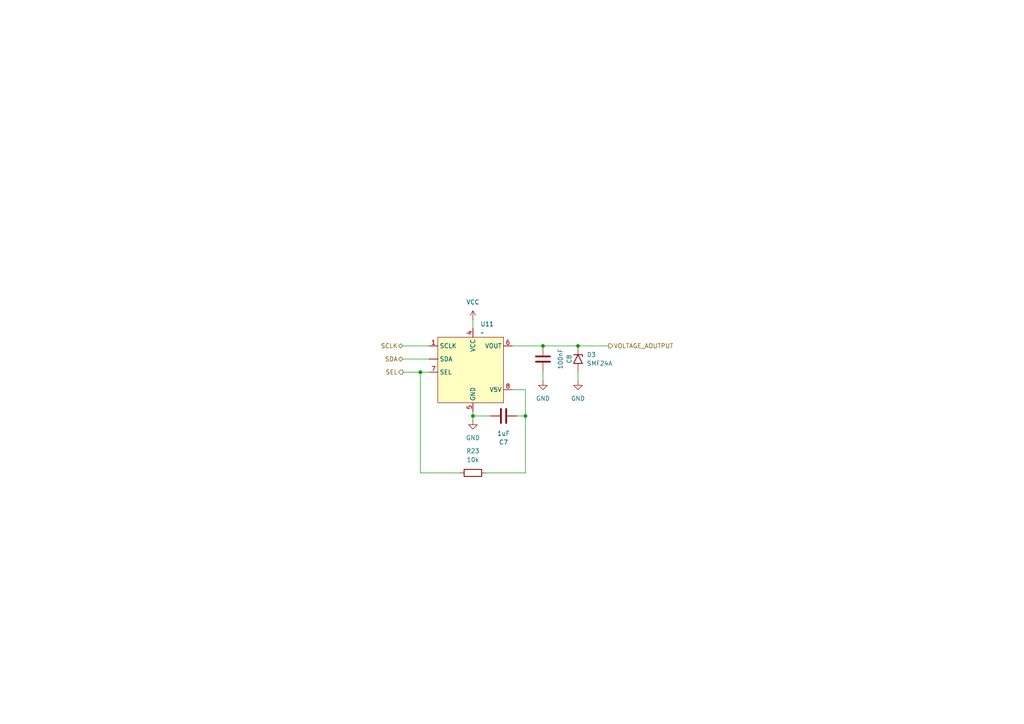
<source format=kicad_sch>
(kicad_sch
	(version 20250114)
	(generator "eeschema")
	(generator_version "9.0")
	(uuid "0bcaadb4-7b99-45cf-8ba8-705eb27bff83")
	(paper "A4")
	(lib_symbols
		(symbol "Device:C"
			(pin_numbers
				(hide yes)
			)
			(pin_names
				(offset 0.254)
			)
			(exclude_from_sim no)
			(in_bom yes)
			(on_board yes)
			(property "Reference" "C"
				(at 0.635 2.54 0)
				(effects
					(font
						(size 1.27 1.27)
					)
					(justify left)
				)
			)
			(property "Value" "C"
				(at 0.635 -2.54 0)
				(effects
					(font
						(size 1.27 1.27)
					)
					(justify left)
				)
			)
			(property "Footprint" ""
				(at 0.9652 -3.81 0)
				(effects
					(font
						(size 1.27 1.27)
					)
					(hide yes)
				)
			)
			(property "Datasheet" "~"
				(at 0 0 0)
				(effects
					(font
						(size 1.27 1.27)
					)
					(hide yes)
				)
			)
			(property "Description" "Unpolarized capacitor"
				(at 0 0 0)
				(effects
					(font
						(size 1.27 1.27)
					)
					(hide yes)
				)
			)
			(property "ki_keywords" "cap capacitor"
				(at 0 0 0)
				(effects
					(font
						(size 1.27 1.27)
					)
					(hide yes)
				)
			)
			(property "ki_fp_filters" "C_*"
				(at 0 0 0)
				(effects
					(font
						(size 1.27 1.27)
					)
					(hide yes)
				)
			)
			(symbol "C_0_1"
				(polyline
					(pts
						(xy -2.032 0.762) (xy 2.032 0.762)
					)
					(stroke
						(width 0.508)
						(type default)
					)
					(fill
						(type none)
					)
				)
				(polyline
					(pts
						(xy -2.032 -0.762) (xy 2.032 -0.762)
					)
					(stroke
						(width 0.508)
						(type default)
					)
					(fill
						(type none)
					)
				)
			)
			(symbol "C_1_1"
				(pin passive line
					(at 0 3.81 270)
					(length 2.794)
					(name "~"
						(effects
							(font
								(size 1.27 1.27)
							)
						)
					)
					(number "1"
						(effects
							(font
								(size 1.27 1.27)
							)
						)
					)
				)
				(pin passive line
					(at 0 -3.81 90)
					(length 2.794)
					(name "~"
						(effects
							(font
								(size 1.27 1.27)
							)
						)
					)
					(number "2"
						(effects
							(font
								(size 1.27 1.27)
							)
						)
					)
				)
			)
			(embedded_fonts no)
		)
		(symbol "Device:R"
			(pin_numbers
				(hide yes)
			)
			(pin_names
				(offset 0)
			)
			(exclude_from_sim no)
			(in_bom yes)
			(on_board yes)
			(property "Reference" "R"
				(at 2.032 0 90)
				(effects
					(font
						(size 1.27 1.27)
					)
				)
			)
			(property "Value" "R"
				(at 0 0 90)
				(effects
					(font
						(size 1.27 1.27)
					)
				)
			)
			(property "Footprint" ""
				(at -1.778 0 90)
				(effects
					(font
						(size 1.27 1.27)
					)
					(hide yes)
				)
			)
			(property "Datasheet" "~"
				(at 0 0 0)
				(effects
					(font
						(size 1.27 1.27)
					)
					(hide yes)
				)
			)
			(property "Description" "Resistor"
				(at 0 0 0)
				(effects
					(font
						(size 1.27 1.27)
					)
					(hide yes)
				)
			)
			(property "ki_keywords" "R res resistor"
				(at 0 0 0)
				(effects
					(font
						(size 1.27 1.27)
					)
					(hide yes)
				)
			)
			(property "ki_fp_filters" "R_*"
				(at 0 0 0)
				(effects
					(font
						(size 1.27 1.27)
					)
					(hide yes)
				)
			)
			(symbol "R_0_1"
				(rectangle
					(start -1.016 -2.54)
					(end 1.016 2.54)
					(stroke
						(width 0.254)
						(type default)
					)
					(fill
						(type none)
					)
				)
			)
			(symbol "R_1_1"
				(pin passive line
					(at 0 3.81 270)
					(length 1.27)
					(name "~"
						(effects
							(font
								(size 1.27 1.27)
							)
						)
					)
					(number "1"
						(effects
							(font
								(size 1.27 1.27)
							)
						)
					)
				)
				(pin passive line
					(at 0 -3.81 90)
					(length 1.27)
					(name "~"
						(effects
							(font
								(size 1.27 1.27)
							)
						)
					)
					(number "2"
						(effects
							(font
								(size 1.27 1.27)
							)
						)
					)
				)
			)
			(embedded_fonts no)
		)
		(symbol "Diode:SMF24A"
			(pin_numbers
				(hide yes)
			)
			(pin_names
				(offset 1.016)
				(hide yes)
			)
			(exclude_from_sim no)
			(in_bom yes)
			(on_board yes)
			(property "Reference" "D"
				(at 0 2.54 0)
				(effects
					(font
						(size 1.27 1.27)
					)
				)
			)
			(property "Value" "SMF24A"
				(at 0 -2.54 0)
				(effects
					(font
						(size 1.27 1.27)
					)
				)
			)
			(property "Footprint" "Diode_SMD:D_SMF"
				(at 0 -5.08 0)
				(effects
					(font
						(size 1.27 1.27)
					)
					(hide yes)
				)
			)
			(property "Datasheet" "https://www.vishay.com/doc?85881"
				(at -1.27 0 0)
				(effects
					(font
						(size 1.27 1.27)
					)
					(hide yes)
				)
			)
			(property "Description" "200W unidirectional Transil Transient Voltage Suppressor, 24Vrwm, SMF"
				(at 0 0 0)
				(effects
					(font
						(size 1.27 1.27)
					)
					(hide yes)
				)
			)
			(property "ki_keywords" "diode TVS voltage suppressor"
				(at 0 0 0)
				(effects
					(font
						(size 1.27 1.27)
					)
					(hide yes)
				)
			)
			(property "ki_fp_filters" "D*SMF*"
				(at 0 0 0)
				(effects
					(font
						(size 1.27 1.27)
					)
					(hide yes)
				)
			)
			(symbol "SMF24A_0_1"
				(polyline
					(pts
						(xy -0.762 1.27) (xy -1.27 1.27) (xy -1.27 -1.27)
					)
					(stroke
						(width 0.254)
						(type default)
					)
					(fill
						(type none)
					)
				)
				(polyline
					(pts
						(xy 1.27 1.27) (xy 1.27 -1.27) (xy -1.27 0) (xy 1.27 1.27)
					)
					(stroke
						(width 0.254)
						(type default)
					)
					(fill
						(type none)
					)
				)
			)
			(symbol "SMF24A_1_1"
				(pin passive line
					(at -3.81 0 0)
					(length 2.54)
					(name "A1"
						(effects
							(font
								(size 1.27 1.27)
							)
						)
					)
					(number "1"
						(effects
							(font
								(size 1.27 1.27)
							)
						)
					)
				)
				(pin passive line
					(at 3.81 0 180)
					(length 2.54)
					(name "A2"
						(effects
							(font
								(size 1.27 1.27)
							)
						)
					)
					(number "2"
						(effects
							(font
								(size 1.27 1.27)
							)
						)
					)
				)
			)
			(embedded_fonts no)
		)
		(symbol "Riqi_Parts:GP8201S"
			(exclude_from_sim no)
			(in_bom yes)
			(on_board yes)
			(property "Reference" "U"
				(at 0 0 0)
				(effects
					(font
						(size 1.27 1.27)
					)
				)
			)
			(property "Value" ""
				(at 0 0 0)
				(effects
					(font
						(size 1.27 1.27)
					)
				)
			)
			(property "Footprint" "Riqi_Parts:eSOP-8"
				(at 0 0 0)
				(effects
					(font
						(size 1.27 1.27)
					)
					(hide yes)
				)
			)
			(property "Datasheet" "https://lcsc.com/datasheet/lcsc_datasheet_2410121507_Guestgood-GP8201S-TC50-EW_C5240058.pdf"
				(at 0 0 0)
				(effects
					(font
						(size 1.27 1.27)
					)
					(hide yes)
				)
			)
			(property "Description" ""
				(at 0 0 0)
				(effects
					(font
						(size 1.27 1.27)
					)
					(hide yes)
				)
			)
			(symbol "GP8201S_1_1"
				(rectangle
					(start -3.81 -1.27)
					(end 15.24 -20.32)
					(stroke
						(width 0)
						(type solid)
					)
					(fill
						(type background)
					)
				)
				(pin passive line
					(at -6.35 -3.81 0)
					(length 2.54)
					(name "SCLK"
						(effects
							(font
								(size 1.27 1.27)
							)
						)
					)
					(number "1"
						(effects
							(font
								(size 1.27 1.27)
							)
						)
					)
				)
				(pin passive line
					(at -6.35 -7.62 0)
					(length 2.54)
					(name "SDA"
						(effects
							(font
								(size 1.27 1.27)
							)
						)
					)
					(number ""
						(effects
							(font
								(size 1.27 1.27)
							)
						)
					)
				)
				(pin passive line
					(at -6.35 -11.43 0)
					(length 2.54)
					(name "SEL"
						(effects
							(font
								(size 1.27 1.27)
							)
						)
					)
					(number "7"
						(effects
							(font
								(size 1.27 1.27)
							)
						)
					)
				)
				(pin passive line
					(at 6.35 1.27 270)
					(length 2.54)
					(name "VCC"
						(effects
							(font
								(size 1.27 1.27)
							)
						)
					)
					(number "4"
						(effects
							(font
								(size 1.27 1.27)
							)
						)
					)
				)
				(pin passive line
					(at 6.35 -22.86 90)
					(length 2.54)
					(name "GND"
						(effects
							(font
								(size 1.27 1.27)
							)
						)
					)
					(number "5"
						(effects
							(font
								(size 1.27 1.27)
							)
						)
					)
				)
				(pin passive line
					(at 17.78 -3.81 180)
					(length 2.54)
					(name "VOUT"
						(effects
							(font
								(size 1.27 1.27)
							)
						)
					)
					(number "6"
						(effects
							(font
								(size 1.27 1.27)
							)
						)
					)
				)
				(pin passive line
					(at 17.78 -16.51 180)
					(length 2.54)
					(name "V5V"
						(effects
							(font
								(size 1.27 1.27)
							)
						)
					)
					(number "8"
						(effects
							(font
								(size 1.27 1.27)
							)
						)
					)
				)
			)
			(embedded_fonts no)
		)
		(symbol "power:GND"
			(power)
			(pin_numbers
				(hide yes)
			)
			(pin_names
				(offset 0)
				(hide yes)
			)
			(exclude_from_sim no)
			(in_bom yes)
			(on_board yes)
			(property "Reference" "#PWR"
				(at 0 -6.35 0)
				(effects
					(font
						(size 1.27 1.27)
					)
					(hide yes)
				)
			)
			(property "Value" "GND"
				(at 0 -3.81 0)
				(effects
					(font
						(size 1.27 1.27)
					)
				)
			)
			(property "Footprint" ""
				(at 0 0 0)
				(effects
					(font
						(size 1.27 1.27)
					)
					(hide yes)
				)
			)
			(property "Datasheet" ""
				(at 0 0 0)
				(effects
					(font
						(size 1.27 1.27)
					)
					(hide yes)
				)
			)
			(property "Description" "Power symbol creates a global label with name \"GND\" , ground"
				(at 0 0 0)
				(effects
					(font
						(size 1.27 1.27)
					)
					(hide yes)
				)
			)
			(property "ki_keywords" "global power"
				(at 0 0 0)
				(effects
					(font
						(size 1.27 1.27)
					)
					(hide yes)
				)
			)
			(symbol "GND_0_1"
				(polyline
					(pts
						(xy 0 0) (xy 0 -1.27) (xy 1.27 -1.27) (xy 0 -2.54) (xy -1.27 -1.27) (xy 0 -1.27)
					)
					(stroke
						(width 0)
						(type default)
					)
					(fill
						(type none)
					)
				)
			)
			(symbol "GND_1_1"
				(pin power_in line
					(at 0 0 270)
					(length 0)
					(name "~"
						(effects
							(font
								(size 1.27 1.27)
							)
						)
					)
					(number "1"
						(effects
							(font
								(size 1.27 1.27)
							)
						)
					)
				)
			)
			(embedded_fonts no)
		)
		(symbol "power:VCC"
			(power)
			(pin_numbers
				(hide yes)
			)
			(pin_names
				(offset 0)
				(hide yes)
			)
			(exclude_from_sim no)
			(in_bom yes)
			(on_board yes)
			(property "Reference" "#PWR"
				(at 0 -3.81 0)
				(effects
					(font
						(size 1.27 1.27)
					)
					(hide yes)
				)
			)
			(property "Value" "VCC"
				(at 0 3.556 0)
				(effects
					(font
						(size 1.27 1.27)
					)
				)
			)
			(property "Footprint" ""
				(at 0 0 0)
				(effects
					(font
						(size 1.27 1.27)
					)
					(hide yes)
				)
			)
			(property "Datasheet" ""
				(at 0 0 0)
				(effects
					(font
						(size 1.27 1.27)
					)
					(hide yes)
				)
			)
			(property "Description" "Power symbol creates a global label with name \"VCC\""
				(at 0 0 0)
				(effects
					(font
						(size 1.27 1.27)
					)
					(hide yes)
				)
			)
			(property "ki_keywords" "global power"
				(at 0 0 0)
				(effects
					(font
						(size 1.27 1.27)
					)
					(hide yes)
				)
			)
			(symbol "VCC_0_1"
				(polyline
					(pts
						(xy -0.762 1.27) (xy 0 2.54)
					)
					(stroke
						(width 0)
						(type default)
					)
					(fill
						(type none)
					)
				)
				(polyline
					(pts
						(xy 0 2.54) (xy 0.762 1.27)
					)
					(stroke
						(width 0)
						(type default)
					)
					(fill
						(type none)
					)
				)
				(polyline
					(pts
						(xy 0 0) (xy 0 2.54)
					)
					(stroke
						(width 0)
						(type default)
					)
					(fill
						(type none)
					)
				)
			)
			(symbol "VCC_1_1"
				(pin power_in line
					(at 0 0 90)
					(length 0)
					(name "~"
						(effects
							(font
								(size 1.27 1.27)
							)
						)
					)
					(number "1"
						(effects
							(font
								(size 1.27 1.27)
							)
						)
					)
				)
			)
			(embedded_fonts no)
		)
	)
	(junction
		(at 152.4 120.65)
		(diameter 0)
		(color 0 0 0 0)
		(uuid "04a3c21a-e4c1-42c4-80c3-00a22acc8bca")
	)
	(junction
		(at 121.92 107.95)
		(diameter 0)
		(color 0 0 0 0)
		(uuid "4f6e9b31-d3ce-41ee-95ed-f6c4e557eee9")
	)
	(junction
		(at 167.64 100.33)
		(diameter 0)
		(color 0 0 0 0)
		(uuid "6a81fc67-e467-4cbf-9666-4225093dc67b")
	)
	(junction
		(at 137.16 120.65)
		(diameter 0)
		(color 0 0 0 0)
		(uuid "cd442c45-d160-4b44-a2ab-31895ab0127c")
	)
	(junction
		(at 157.48 100.33)
		(diameter 0)
		(color 0 0 0 0)
		(uuid "fac1b807-c548-4013-aef5-c86f75021d19")
	)
	(wire
		(pts
			(xy 137.16 92.71) (xy 137.16 95.25)
		)
		(stroke
			(width 0)
			(type default)
		)
		(uuid "16260803-0238-47ac-a689-a45945c8d742")
	)
	(wire
		(pts
			(xy 137.16 120.65) (xy 142.24 120.65)
		)
		(stroke
			(width 0)
			(type default)
		)
		(uuid "2cd9f44e-3be2-4cbe-87c8-f7b04a4fee06")
	)
	(wire
		(pts
			(xy 140.97 137.16) (xy 152.4 137.16)
		)
		(stroke
			(width 0)
			(type default)
		)
		(uuid "388bccae-8c39-4f99-ad6f-60e9fe846137")
	)
	(wire
		(pts
			(xy 152.4 113.03) (xy 148.59 113.03)
		)
		(stroke
			(width 0)
			(type default)
		)
		(uuid "446ebbb0-f9fc-43b0-8d27-600aedebee76")
	)
	(wire
		(pts
			(xy 116.84 104.14) (xy 124.46 104.14)
		)
		(stroke
			(width 0)
			(type default)
		)
		(uuid "4c8a7352-910d-4cff-9e35-5eed0bce28cf")
	)
	(wire
		(pts
			(xy 157.48 107.95) (xy 157.48 110.49)
		)
		(stroke
			(width 0)
			(type default)
		)
		(uuid "628c47bc-8c31-4537-b1b6-c1652f91eb44")
	)
	(wire
		(pts
			(xy 167.64 100.33) (xy 176.53 100.33)
		)
		(stroke
			(width 0)
			(type default)
		)
		(uuid "62db540b-d304-432f-b789-1a61a272c789")
	)
	(wire
		(pts
			(xy 167.64 107.95) (xy 167.64 110.49)
		)
		(stroke
			(width 0)
			(type default)
		)
		(uuid "759bdf77-27ce-4bba-be04-6e0427bdf807")
	)
	(wire
		(pts
			(xy 157.48 100.33) (xy 167.64 100.33)
		)
		(stroke
			(width 0)
			(type default)
		)
		(uuid "77faa71e-8de2-40d7-87a6-498d6a89eb4c")
	)
	(wire
		(pts
			(xy 137.16 119.38) (xy 137.16 120.65)
		)
		(stroke
			(width 0)
			(type default)
		)
		(uuid "8af72a8e-b898-46d5-b08f-ac9a57c80a36")
	)
	(wire
		(pts
			(xy 148.59 100.33) (xy 157.48 100.33)
		)
		(stroke
			(width 0)
			(type default)
		)
		(uuid "8c095953-99b6-4a83-a949-86645ce8fb3d")
	)
	(wire
		(pts
			(xy 152.4 120.65) (xy 152.4 113.03)
		)
		(stroke
			(width 0)
			(type default)
		)
		(uuid "948244ab-dfd1-4fa5-97f8-8216886c04f5")
	)
	(wire
		(pts
			(xy 121.92 107.95) (xy 124.46 107.95)
		)
		(stroke
			(width 0)
			(type default)
		)
		(uuid "a6b3ac4f-c006-450f-9de0-15a33b408e24")
	)
	(wire
		(pts
			(xy 121.92 107.95) (xy 121.92 137.16)
		)
		(stroke
			(width 0)
			(type default)
		)
		(uuid "a8a8aa33-5dc0-4078-8b60-b00a45f1ebb2")
	)
	(wire
		(pts
			(xy 116.84 100.33) (xy 124.46 100.33)
		)
		(stroke
			(width 0)
			(type default)
		)
		(uuid "b38d2bc7-c555-422a-971a-4ea82b18d88b")
	)
	(wire
		(pts
			(xy 133.35 137.16) (xy 121.92 137.16)
		)
		(stroke
			(width 0)
			(type default)
		)
		(uuid "c14c94b5-13c7-41d1-8d98-1e36a9a2fa7b")
	)
	(wire
		(pts
			(xy 137.16 120.65) (xy 137.16 121.92)
		)
		(stroke
			(width 0)
			(type default)
		)
		(uuid "e197bfac-529c-4923-9b6e-8e1ff44a3065")
	)
	(wire
		(pts
			(xy 149.86 120.65) (xy 152.4 120.65)
		)
		(stroke
			(width 0)
			(type default)
		)
		(uuid "e2f13478-6489-4333-b3b2-f1ba63cdeba9")
	)
	(wire
		(pts
			(xy 116.84 107.95) (xy 121.92 107.95)
		)
		(stroke
			(width 0)
			(type default)
		)
		(uuid "e8f7896e-a082-4fa1-9435-0957ef7856b8")
	)
	(wire
		(pts
			(xy 152.4 137.16) (xy 152.4 120.65)
		)
		(stroke
			(width 0)
			(type default)
		)
		(uuid "fb819963-b19b-411f-9361-c2dab9f41035")
	)
	(hierarchical_label "SCLK"
		(shape bidirectional)
		(at 116.84 100.33 180)
		(effects
			(font
				(size 1.27 1.27)
			)
			(justify right)
		)
		(uuid "1fb8050a-8bae-4f3a-a9b8-dae595ff43fe")
	)
	(hierarchical_label "SEL"
		(shape output)
		(at 116.84 107.95 180)
		(effects
			(font
				(size 1.27 1.27)
			)
			(justify right)
		)
		(uuid "3fa02107-35c0-4bbe-a335-2ca81d44b78d")
	)
	(hierarchical_label "SDA"
		(shape bidirectional)
		(at 116.84 104.14 180)
		(effects
			(font
				(size 1.27 1.27)
			)
			(justify right)
		)
		(uuid "62ae1af2-9a4a-4196-9cc2-39a56b189f07")
	)
	(hierarchical_label "VOLTAGE_AOUTPUT"
		(shape output)
		(at 176.53 100.33 0)
		(effects
			(font
				(size 1.27 1.27)
			)
			(justify left)
		)
		(uuid "b26e6a44-9a59-429b-9ffa-cb56d0aa3ab7")
	)
	(symbol
		(lib_id "power:GND")
		(at 137.16 121.92 0)
		(unit 1)
		(exclude_from_sim no)
		(in_bom yes)
		(on_board yes)
		(dnp no)
		(fields_autoplaced yes)
		(uuid "0d36b151-1690-4e53-ac0a-4b56dace1e06")
		(property "Reference" "#PWR049"
			(at 137.16 128.27 0)
			(effects
				(font
					(size 1.27 1.27)
				)
				(hide yes)
			)
		)
		(property "Value" "GND"
			(at 137.16 127 0)
			(effects
				(font
					(size 1.27 1.27)
				)
			)
		)
		(property "Footprint" ""
			(at 137.16 121.92 0)
			(effects
				(font
					(size 1.27 1.27)
				)
				(hide yes)
			)
		)
		(property "Datasheet" ""
			(at 137.16 121.92 0)
			(effects
				(font
					(size 1.27 1.27)
				)
				(hide yes)
			)
		)
		(property "Description" "Power symbol creates a global label with name \"GND\" , ground"
			(at 137.16 121.92 0)
			(effects
				(font
					(size 1.27 1.27)
				)
				(hide yes)
			)
		)
		(pin "1"
			(uuid "6ae02edb-08f9-405c-a30d-29f52d2ca84d")
		)
		(instances
			(project "NIVARA"
				(path "/8290cc18-06d0-4e02-a781-29a61ebc321a/9e4d7a0c-a5eb-4e88-9036-0c35e68b279a/11a8222e-f360-40de-9c02-857da7131a56"
					(reference "#PWR049")
					(unit 1)
				)
			)
		)
	)
	(symbol
		(lib_id "Riqi_Parts:GP8201S")
		(at 130.81 96.52 0)
		(unit 1)
		(exclude_from_sim no)
		(in_bom yes)
		(on_board yes)
		(dnp no)
		(fields_autoplaced yes)
		(uuid "3083f3de-6405-48c1-bfbc-8eba692dd5b1")
		(property "Reference" "U11"
			(at 139.3033 93.98 0)
			(effects
				(font
					(size 1.27 1.27)
				)
				(justify left)
			)
		)
		(property "Value" "~"
			(at 139.3033 96.52 0)
			(effects
				(font
					(size 1.27 1.27)
				)
				(justify left)
			)
		)
		(property "Footprint" "Riqi_Parts:eSOP-8"
			(at 130.81 96.52 0)
			(effects
				(font
					(size 1.27 1.27)
				)
				(hide yes)
			)
		)
		(property "Datasheet" "https://lcsc.com/datasheet/lcsc_datasheet_2410121507_Guestgood-GP8201S-TC50-EW_C5240058.pdf"
			(at 130.81 96.52 0)
			(effects
				(font
					(size 1.27 1.27)
				)
				(hide yes)
			)
		)
		(property "Description" ""
			(at 130.81 96.52 0)
			(effects
				(font
					(size 1.27 1.27)
				)
				(hide yes)
			)
		)
		(pin "4"
			(uuid "efb988f6-c932-4029-bf9c-8e7ccc9f8df9")
		)
		(pin "1"
			(uuid "e9600d62-9a79-451e-a838-6bfc7b851033")
		)
		(pin "5"
			(uuid "2171b937-6b58-4741-ada7-81d9b943e09e")
		)
		(pin "7"
			(uuid "a05c47a9-a9aa-4793-8a2c-ab43d38c0f5c")
		)
		(pin ""
			(uuid "4e6d7521-c851-4f33-8c82-e2293a2e9d88")
		)
		(pin "8"
			(uuid "9a7ce201-4337-4107-8e0a-a2c66d70e1e3")
		)
		(pin "6"
			(uuid "bdf14164-8516-4c07-8d3e-97d1bf96b75b")
		)
		(instances
			(project "NIVARA"
				(path "/8290cc18-06d0-4e02-a781-29a61ebc321a/9e4d7a0c-a5eb-4e88-9036-0c35e68b279a/11a8222e-f360-40de-9c02-857da7131a56"
					(reference "U11")
					(unit 1)
				)
			)
		)
	)
	(symbol
		(lib_id "power:VCC")
		(at 137.16 92.71 0)
		(unit 1)
		(exclude_from_sim no)
		(in_bom yes)
		(on_board yes)
		(dnp no)
		(fields_autoplaced yes)
		(uuid "32a4f282-1938-49ed-9804-2171ccd66d25")
		(property "Reference" "#PWR048"
			(at 137.16 96.52 0)
			(effects
				(font
					(size 1.27 1.27)
				)
				(hide yes)
			)
		)
		(property "Value" "VCC"
			(at 137.16 87.63 0)
			(effects
				(font
					(size 1.27 1.27)
				)
			)
		)
		(property "Footprint" ""
			(at 137.16 92.71 0)
			(effects
				(font
					(size 1.27 1.27)
				)
				(hide yes)
			)
		)
		(property "Datasheet" ""
			(at 137.16 92.71 0)
			(effects
				(font
					(size 1.27 1.27)
				)
				(hide yes)
			)
		)
		(property "Description" "Power symbol creates a global label with name \"VCC\""
			(at 137.16 92.71 0)
			(effects
				(font
					(size 1.27 1.27)
				)
				(hide yes)
			)
		)
		(pin "1"
			(uuid "8806bf15-8e95-4822-8b3d-92ca2ca38280")
		)
		(instances
			(project "NIVARA"
				(path "/8290cc18-06d0-4e02-a781-29a61ebc321a/9e4d7a0c-a5eb-4e88-9036-0c35e68b279a/11a8222e-f360-40de-9c02-857da7131a56"
					(reference "#PWR048")
					(unit 1)
				)
			)
		)
	)
	(symbol
		(lib_id "power:GND")
		(at 167.64 110.49 0)
		(unit 1)
		(exclude_from_sim no)
		(in_bom yes)
		(on_board yes)
		(dnp no)
		(fields_autoplaced yes)
		(uuid "662b6e9a-245d-4a1f-b92b-f2a9faa0457a")
		(property "Reference" "#PWR046"
			(at 167.64 116.84 0)
			(effects
				(font
					(size 1.27 1.27)
				)
				(hide yes)
			)
		)
		(property "Value" "GND"
			(at 167.64 115.57 0)
			(effects
				(font
					(size 1.27 1.27)
				)
			)
		)
		(property "Footprint" ""
			(at 167.64 110.49 0)
			(effects
				(font
					(size 1.27 1.27)
				)
				(hide yes)
			)
		)
		(property "Datasheet" ""
			(at 167.64 110.49 0)
			(effects
				(font
					(size 1.27 1.27)
				)
				(hide yes)
			)
		)
		(property "Description" "Power symbol creates a global label with name \"GND\" , ground"
			(at 167.64 110.49 0)
			(effects
				(font
					(size 1.27 1.27)
				)
				(hide yes)
			)
		)
		(pin "1"
			(uuid "21e7dea8-dc65-49ba-b955-ef1b8542ed03")
		)
		(instances
			(project "NIVARA"
				(path "/8290cc18-06d0-4e02-a781-29a61ebc321a/9e4d7a0c-a5eb-4e88-9036-0c35e68b279a/11a8222e-f360-40de-9c02-857da7131a56"
					(reference "#PWR046")
					(unit 1)
				)
			)
		)
	)
	(symbol
		(lib_id "Diode:SMF24A")
		(at 167.64 104.14 270)
		(unit 1)
		(exclude_from_sim no)
		(in_bom yes)
		(on_board yes)
		(dnp no)
		(fields_autoplaced yes)
		(uuid "70958a0c-14cd-498d-96c7-6784d8276f5e")
		(property "Reference" "D3"
			(at 170.18 102.8699 90)
			(effects
				(font
					(size 1.27 1.27)
				)
				(justify left)
			)
		)
		(property "Value" "SMF24A"
			(at 170.18 105.4099 90)
			(effects
				(font
					(size 1.27 1.27)
				)
				(justify left)
			)
		)
		(property "Footprint" "Diode_SMD:D_SMF"
			(at 162.56 104.14 0)
			(effects
				(font
					(size 1.27 1.27)
				)
				(hide yes)
			)
		)
		(property "Datasheet" "https://www.vishay.com/doc?85881"
			(at 167.64 102.87 0)
			(effects
				(font
					(size 1.27 1.27)
				)
				(hide yes)
			)
		)
		(property "Description" "200W unidirectional Transil Transient Voltage Suppressor, 24Vrwm, SMF"
			(at 167.64 104.14 0)
			(effects
				(font
					(size 1.27 1.27)
				)
				(hide yes)
			)
		)
		(property "LCSC#" "C7495269"
			(at 167.64 104.14 90)
			(effects
				(font
					(size 1.27 1.27)
				)
				(hide yes)
			)
		)
		(pin "1"
			(uuid "5d6114e7-4d01-46e9-b6f8-13b34735f7d8")
		)
		(pin "2"
			(uuid "20826ab0-bcd0-4e56-a872-7397b8be6b21")
		)
		(instances
			(project "NIVARA"
				(path "/8290cc18-06d0-4e02-a781-29a61ebc321a/9e4d7a0c-a5eb-4e88-9036-0c35e68b279a/11a8222e-f360-40de-9c02-857da7131a56"
					(reference "D3")
					(unit 1)
				)
			)
		)
	)
	(symbol
		(lib_id "Device:C")
		(at 146.05 120.65 90)
		(unit 1)
		(exclude_from_sim no)
		(in_bom yes)
		(on_board yes)
		(dnp no)
		(uuid "b6a894aa-f515-4d38-a765-726d545de0a9")
		(property "Reference" "C7"
			(at 146.05 128.27 90)
			(effects
				(font
					(size 1.27 1.27)
				)
			)
		)
		(property "Value" "1uF"
			(at 146.05 125.73 90)
			(effects
				(font
					(size 1.27 1.27)
				)
			)
		)
		(property "Footprint" ""
			(at 149.86 119.6848 0)
			(effects
				(font
					(size 1.27 1.27)
				)
				(hide yes)
			)
		)
		(property "Datasheet" "~"
			(at 146.05 120.65 0)
			(effects
				(font
					(size 1.27 1.27)
				)
				(hide yes)
			)
		)
		(property "Description" "Unpolarized capacitor"
			(at 146.05 120.65 0)
			(effects
				(font
					(size 1.27 1.27)
				)
				(hide yes)
			)
		)
		(pin "2"
			(uuid "17b6e5d4-8d3f-4e43-a094-12bbba6c2a15")
		)
		(pin "1"
			(uuid "940082d0-31e0-4ec3-920b-9b59a3d1c782")
		)
		(instances
			(project "NIVARA"
				(path "/8290cc18-06d0-4e02-a781-29a61ebc321a/9e4d7a0c-a5eb-4e88-9036-0c35e68b279a/11a8222e-f360-40de-9c02-857da7131a56"
					(reference "C7")
					(unit 1)
				)
			)
		)
	)
	(symbol
		(lib_id "power:GND")
		(at 157.48 110.49 0)
		(unit 1)
		(exclude_from_sim no)
		(in_bom yes)
		(on_board yes)
		(dnp no)
		(fields_autoplaced yes)
		(uuid "bba1afef-4158-4353-ac2f-1c0cdacfd82d")
		(property "Reference" "#PWR050"
			(at 157.48 116.84 0)
			(effects
				(font
					(size 1.27 1.27)
				)
				(hide yes)
			)
		)
		(property "Value" "GND"
			(at 157.48 115.57 0)
			(effects
				(font
					(size 1.27 1.27)
				)
			)
		)
		(property "Footprint" ""
			(at 157.48 110.49 0)
			(effects
				(font
					(size 1.27 1.27)
				)
				(hide yes)
			)
		)
		(property "Datasheet" ""
			(at 157.48 110.49 0)
			(effects
				(font
					(size 1.27 1.27)
				)
				(hide yes)
			)
		)
		(property "Description" "Power symbol creates a global label with name \"GND\" , ground"
			(at 157.48 110.49 0)
			(effects
				(font
					(size 1.27 1.27)
				)
				(hide yes)
			)
		)
		(pin "1"
			(uuid "b2663e65-be23-4ee1-9e9a-073730702b13")
		)
		(instances
			(project "NIVARA"
				(path "/8290cc18-06d0-4e02-a781-29a61ebc321a/9e4d7a0c-a5eb-4e88-9036-0c35e68b279a/11a8222e-f360-40de-9c02-857da7131a56"
					(reference "#PWR050")
					(unit 1)
				)
			)
		)
	)
	(symbol
		(lib_id "Device:C")
		(at 157.48 104.14 180)
		(unit 1)
		(exclude_from_sim no)
		(in_bom yes)
		(on_board yes)
		(dnp no)
		(uuid "ddb04e3c-561d-41ad-bae2-3a5e343ae6fa")
		(property "Reference" "C8"
			(at 165.1 104.14 90)
			(effects
				(font
					(size 1.27 1.27)
				)
			)
		)
		(property "Value" "100nF"
			(at 162.56 104.14 90)
			(effects
				(font
					(size 1.27 1.27)
				)
			)
		)
		(property "Footprint" ""
			(at 156.5148 100.33 0)
			(effects
				(font
					(size 1.27 1.27)
				)
				(hide yes)
			)
		)
		(property "Datasheet" "~"
			(at 157.48 104.14 0)
			(effects
				(font
					(size 1.27 1.27)
				)
				(hide yes)
			)
		)
		(property "Description" "Unpolarized capacitor"
			(at 157.48 104.14 0)
			(effects
				(font
					(size 1.27 1.27)
				)
				(hide yes)
			)
		)
		(pin "2"
			(uuid "6dbcc052-a428-4c49-8a9b-fb49fec7b57e")
		)
		(pin "1"
			(uuid "f868081e-22eb-4a51-8e20-ce2eaeb53f0f")
		)
		(instances
			(project "NIVARA"
				(path "/8290cc18-06d0-4e02-a781-29a61ebc321a/9e4d7a0c-a5eb-4e88-9036-0c35e68b279a/11a8222e-f360-40de-9c02-857da7131a56"
					(reference "C8")
					(unit 1)
				)
			)
		)
	)
	(symbol
		(lib_id "Device:R")
		(at 137.16 137.16 90)
		(unit 1)
		(exclude_from_sim no)
		(in_bom yes)
		(on_board yes)
		(dnp no)
		(fields_autoplaced yes)
		(uuid "e99df2aa-36c8-4e39-9588-0da6881d6d75")
		(property "Reference" "R23"
			(at 137.16 130.81 90)
			(effects
				(font
					(size 1.27 1.27)
				)
			)
		)
		(property "Value" "10k"
			(at 137.16 133.35 90)
			(effects
				(font
					(size 1.27 1.27)
				)
			)
		)
		(property "Footprint" ""
			(at 137.16 138.938 90)
			(effects
				(font
					(size 1.27 1.27)
				)
				(hide yes)
			)
		)
		(property "Datasheet" "~"
			(at 137.16 137.16 0)
			(effects
				(font
					(size 1.27 1.27)
				)
				(hide yes)
			)
		)
		(property "Description" "Resistor"
			(at 137.16 137.16 0)
			(effects
				(font
					(size 1.27 1.27)
				)
				(hide yes)
			)
		)
		(pin "2"
			(uuid "911550a5-5f96-4361-8d42-30a2f1be9463")
		)
		(pin "1"
			(uuid "5868d3d0-367d-4779-832e-8e43f8ecca3f")
		)
		(instances
			(project "NIVARA"
				(path "/8290cc18-06d0-4e02-a781-29a61ebc321a/9e4d7a0c-a5eb-4e88-9036-0c35e68b279a/11a8222e-f360-40de-9c02-857da7131a56"
					(reference "R23")
					(unit 1)
				)
			)
		)
	)
)

</source>
